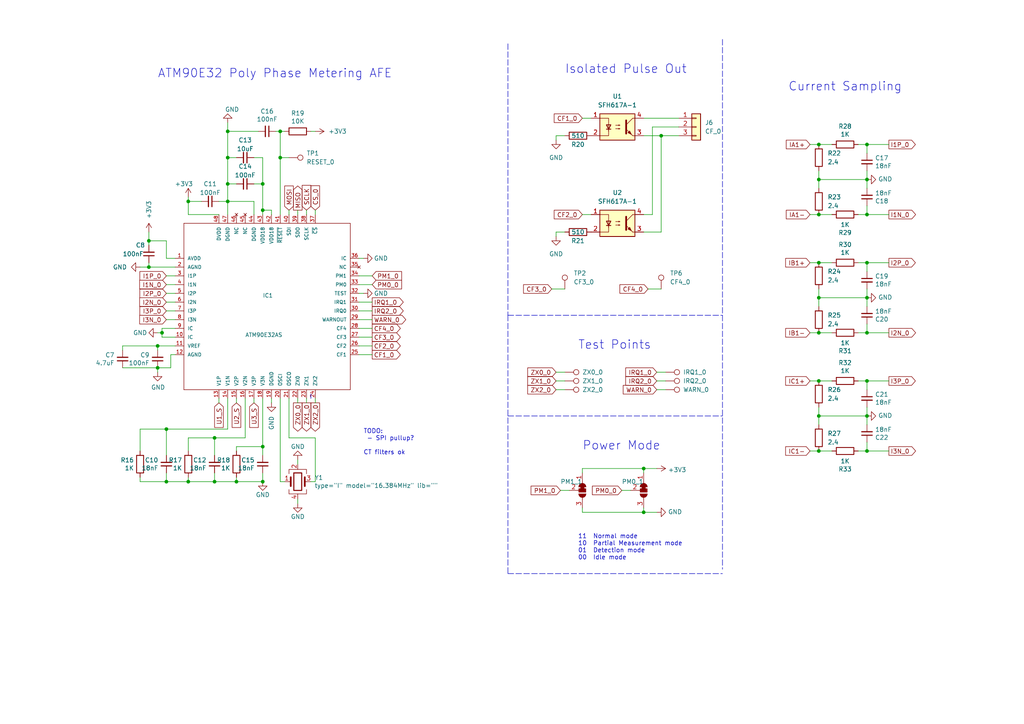
<source format=kicad_sch>
(kicad_sch (version 20211123) (generator eeschema)
  (paper "A4")
  (lib_symbols
    (symbol "Connector:TestPoint" (pin_numbers hide) (pin_names (offset 0.762) hide)
      (property "Reference" "TP" (at 0 6.858 0))
      (property "Value" "TestPoint" (at 0 5.08 0))
      (symbol "TestPoint_0_1"
        (circle (center 0 3.302) (radius 0.762))
      )
      (symbol "TestPoint_1_1"
        (pin passive line (at 0 0 90) (length 2.54) (name "1") (number "1"))
      )
    )
    (symbol "Connector_Generic:Conn_01x03" (pin_names (offset 1.016) hide)
      (property "Reference" "J" (at 0 5.08 0))
      (property "Value" "Conn_01x03" (at 0 -5.08 0))
      (symbol "Conn_01x03_1_1"
        (rectangle (start -1.27 -2.413) (end 0 -2.667) (stroke (width 0.1524)))
        (rectangle (start -1.27 0.127) (end 0 -0.127) (stroke (width 0.1524)))
        (rectangle (start -1.27 2.667) (end 0 2.413) (stroke (width 0.1524)))
        (rectangle (start -1.27 3.81) (end 1.27 -3.81) (stroke (width 0.254)) (fill (type background)))
        (pin passive line (at -5.08 2.54 0) (length 3.81) (name "Pin_1") (number "1"))
        (pin passive line (at -5.08 0 0) (length 3.81) (name "Pin_2") (number "2"))
        (pin passive line (at -5.08 -2.54 0) (length 3.81) (name "Pin_3") (number "3"))
      )
    )
    (symbol "Device:C_Small" (pin_numbers hide) (pin_names (offset 0.254) hide)
      (property "Reference" "C" (at 0.254 1.778 0))
      (property "Value" "C_Small" (at 0.254 -2.032 0))
      (symbol "C_Small_0_1"
        (polyline (pts (xy -1.524 -0.508) (xy 1.524 -0.508)) (stroke (width 0.3302)))
        (polyline (pts (xy -1.524 0.508) (xy 1.524 0.508)) (stroke (width 0.3048)))
      )
      (symbol "C_Small_1_1"
        (pin passive line (at 0 2.54 270) (length 2.032) (name "~") (number "1"))
        (pin passive line (at 0 -2.54 90) (length 2.032) (name "~") (number "2"))
      )
    )
    (symbol "Device:Crystal_GND24" (pin_names (offset 1.016) hide)
      (property "Reference" "Y" (at 3.175 5.08 0))
      (property "Value" "Crystal_GND24" (at 3.175 3.175 0))
      (symbol "Crystal_GND24_0_1"
        (rectangle (start -1.143 2.54) (end 1.143 -2.54) (stroke (width 0.3048)))
        (polyline (pts (xy -2.54 0) (xy -2.032 0)))
        (polyline (pts (xy -2.032 -1.27) (xy -2.032 1.27)) (stroke (width 0.508)))
        (polyline (pts (xy 0 -3.81) (xy 0 -3.556)))
        (polyline (pts (xy 0 3.556) (xy 0 3.81)))
        (polyline (pts (xy 2.032 -1.27) (xy 2.032 1.27)) (stroke (width 0.508)))
        (polyline (pts (xy 2.032 0) (xy 2.54 0)))
        (polyline (pts (xy -2.54 -2.286) (xy -2.54 -3.556) (xy 2.54 -3.556) (xy 2.54 -2.286)))
        (polyline (pts (xy -2.54 2.286) (xy -2.54 3.556) (xy 2.54 3.556) (xy 2.54 2.286)))
      )
      (symbol "Crystal_GND24_1_1"
        (pin passive line (at -3.81 0 0) (length 1.27) (name "1") (number "1"))
        (pin passive line (at 0 5.08 270) (length 1.27) (name "2") (number "2"))
        (pin passive line (at 3.81 0 180) (length 1.27) (name "3") (number "3"))
        (pin passive line (at 0 -5.08 90) (length 1.27) (name "4") (number "4"))
      )
    )
    (symbol "Device:R" (pin_numbers hide) (pin_names (offset 0))
      (property "Reference" "R" (at 2.032 0 90))
      (property "Value" "R" (at 0 0 90))
      (symbol "R_0_1"
        (rectangle (start -1.016 -2.54) (end 1.016 2.54) (stroke (width 0.254)))
      )
      (symbol "R_1_1"
        (pin passive line (at 0 3.81 270) (length 1.27) (name "~") (number "1"))
        (pin passive line (at 0 -3.81 90) (length 1.27) (name "~") (number "2"))
      )
    )
    (symbol "Isolator:SFH617A-1" (pin_names (offset 1.016))
      (property "Reference" "U" (at -5.08 5.08 0))
      (property "Value" "SFH617A-1" (at 0 5.08 0))
      (symbol "SFH617A-1_0_1"
        (rectangle (start -5.08 3.81) (end 5.08 -3.81) (stroke (width 0.254)) (fill (type background)))
        (polyline (pts (xy -3.175 -0.635) (xy -1.905 -0.635)) (stroke (width 0.254)))
        (polyline (pts (xy 2.54 0.635) (xy 4.445 2.54)))
        (polyline (pts (xy 4.445 -2.54) (xy 2.54 -0.635)) (fill (type outline)))
        (polyline (pts (xy 4.445 -2.54) (xy 5.08 -2.54)))
        (polyline (pts (xy 4.445 2.54) (xy 5.08 2.54)))
        (polyline (pts (xy -2.54 -0.635) (xy -2.54 -2.54) (xy -5.08 -2.54)))
        (polyline (pts (xy 2.54 1.905) (xy 2.54 -1.905) (xy 2.54 -1.905)) (stroke (width 0.508)))
        (polyline (pts (xy -5.08 2.54) (xy -2.54 2.54) (xy -2.54 -1.27) (xy -2.54 0.635)))
        (polyline (pts (xy -2.54 -0.635) (xy -3.175 0.635) (xy -1.905 0.635) (xy -2.54 -0.635)) (stroke (width 0.254)))
        (polyline (pts (xy -0.508 -0.508) (xy 0.762 -0.508) (xy 0.381 -0.635) (xy 0.381 -0.381) (xy 0.762 -0.508)))
        (polyline (pts (xy -0.508 0.508) (xy 0.762 0.508) (xy 0.381 0.381) (xy 0.381 0.635) (xy 0.762 0.508)))
        (polyline (pts (xy 3.048 -1.651) (xy 3.556 -1.143) (xy 4.064 -2.159) (xy 3.048 -1.651) (xy 3.048 -1.651)) (fill (type outline)))
      )
      (symbol "SFH617A-1_1_1"
        (pin passive line (at -7.62 2.54 0) (length 2.54) (name "~") (number "1"))
        (pin passive line (at -7.62 -2.54 0) (length 2.54) (name "~") (number "2"))
        (pin passive line (at 7.62 -2.54 180) (length 2.54) (name "~") (number "3"))
        (pin passive line (at 7.62 2.54 180) (length 2.54) (name "~") (number "4"))
      )
    )
    (symbol "Jumper:SolderJumper_3_Bridged12" (pin_names (offset 0) hide)
      (property "Reference" "JP" (at -2.54 -2.54 0))
      (property "Value" "SolderJumper_3_Bridged12" (at 0 2.794 0))
      (symbol "SolderJumper_3_Bridged12_0_1"
        (rectangle (start -1.016 0.508) (end -0.508 -0.508) (fill (type outline)))
        (arc (start -1.016 1.016) (mid -2.032 0) (end -1.016 -1.016))
        (arc (start -1.016 1.016) (mid -2.032 0) (end -1.016 -1.016) (fill (type outline)))
        (rectangle (start -0.508 1.016) (end 0.508 -1.016) (fill (type outline)))
        (polyline (pts (xy -2.54 0) (xy -2.032 0)))
        (polyline (pts (xy -1.016 1.016) (xy -1.016 -1.016)))
        (polyline (pts (xy 0 -1.27) (xy 0 -1.016)))
        (polyline (pts (xy 1.016 1.016) (xy 1.016 -1.016)))
        (polyline (pts (xy 2.54 0) (xy 2.032 0)))
        (arc (start 1.016 -1.016) (mid 2.032 0) (end 1.016 1.016))
        (arc (start 1.016 -1.016) (mid 2.032 0) (end 1.016 1.016) (fill (type outline)))
      )
      (symbol "SolderJumper_3_Bridged12_1_1"
        (pin passive line (at -5.08 0 0) (length 2.54) (name "A") (number "1"))
        (pin passive line (at 0 -3.81 90) (length 2.54) (name "C") (number "2"))
        (pin passive line (at 5.08 0 180) (length 2.54) (name "B") (number "3"))
      )
    )
    (symbol "ProjectLib:ATM90E32AS" (pin_names (offset 1.016))
      (property "Reference" "IC" (at -7.62 3.81 0))
      (property "Value" "ATM90E32AS" (at -7.62 -10.16 0))
      (symbol "ATM90E32AS_1_0"
        (polyline (pts (xy -25.4 -25.4) (xy 22.86 -25.4)))
        (polyline (pts (xy -25.4 22.86) (xy -25.4 -25.4)))
        (polyline (pts (xy 22.86 -25.4) (xy 22.86 22.86)))
        (polyline (pts (xy 22.86 22.86) (xy -25.4 22.86)))
      )
      (symbol "ATM90E32AS_1_1"
        (pin power_in line (at -27.94 12.7 0) (length 2.54) (name "AVDD") (number "1"))
        (pin input line (at -27.94 -10.16 0) (length 2.54) (name "IC") (number "10"))
        (pin bidirectional line (at -27.94 -12.7 0) (length 2.54) (name "VREF") (number "11"))
        (pin power_in line (at -27.94 -15.24 0) (length 2.54) (name "AGND") (number "12"))
        (pin input line (at -15.24 -27.94 90) (length 2.54) (name "V1P") (number "13"))
        (pin input line (at -12.7 -27.94 90) (length 2.54) (name "V1N") (number "14"))
        (pin input line (at -10.16 -27.94 90) (length 2.54) (name "V2P") (number "15"))
        (pin input line (at -7.62 -27.94 90) (length 2.54) (name "V2N") (number "16"))
        (pin input line (at -5.08 -27.94 90) (length 2.54) (name "V3P") (number "17"))
        (pin input line (at -2.54 -27.94 90) (length 2.54) (name "V3N") (number "18"))
        (pin power_in line (at 0 -27.94 90) (length 2.54) (name "DGND") (number "19"))
        (pin power_in line (at -27.94 10.16 0) (length 2.54) (name "AGND") (number "2"))
        (pin input line (at 2.54 -27.94 90) (length 2.54) (name "OSCI") (number "20"))
        (pin output line (at 5.08 -27.94 90) (length 2.54) (name "OSCO") (number "21"))
        (pin output line (at 7.62 -27.94 90) (length 2.54) (name "ZX0") (number "22"))
        (pin output line (at 10.16 -27.94 90) (length 2.54) (name "ZX1") (number "23"))
        (pin output line (at 12.7 -27.94 90) (length 2.54) (name "ZX2") (number "24"))
        (pin output line (at 25.4 -15.24 180) (length 2.54) (name "CF1") (number "25"))
        (pin output line (at 25.4 -12.7 180) (length 2.54) (name "CF2") (number "26"))
        (pin output line (at 25.4 -10.16 180) (length 2.54) (name "CF3") (number "27"))
        (pin output line (at 25.4 -7.62 180) (length 2.54) (name "CF4") (number "28"))
        (pin output line (at 25.4 -5.08 180) (length 2.54) (name "WARNOUT") (number "29"))
        (pin input line (at -27.94 7.62 0) (length 2.54) (name "I1P") (number "3"))
        (pin output line (at 25.4 -2.54 180) (length 2.54) (name "IRQ0") (number "30"))
        (pin output line (at 25.4 0 180) (length 2.54) (name "IRQ1") (number "31"))
        (pin power_in line (at 25.4 2.54 180) (length 2.54) (name "TEST") (number "32"))
        (pin input line (at 25.4 5.08 180) (length 2.54) (name "PM0") (number "33"))
        (pin input line (at 25.4 7.62 180) (length 2.54) (name "PM1") (number "34"))
        (pin no_connect line (at 25.4 10.16 180) (length 2.54) (name "NC") (number "35"))
        (pin input line (at 25.4 12.7 180) (length 2.54) (name "IC") (number "36"))
        (pin input line (at 12.7 25.4 270) (length 2.54) (name "~{CS}") (number "37"))
        (pin input line (at 10.16 25.4 270) (length 2.54) (name "SCLK") (number "38"))
        (pin output line (at 7.62 25.4 270) (length 2.54) (name "SDO") (number "39"))
        (pin input line (at -27.94 5.08 0) (length 2.54) (name "I1N") (number "4"))
        (pin input line (at 5.08 25.4 270) (length 2.54) (name "SDI") (number "40"))
        (pin input line (at 2.54 25.4 270) (length 2.54) (name "~{RESET}") (number "41"))
        (pin power_out line (at 0 25.4 270) (length 2.54) (name "VDD18") (number "42"))
        (pin power_out line (at -2.54 25.4 270) (length 2.54) (name "VDD18") (number "43"))
        (pin power_in line (at -5.08 25.4 270) (length 2.54) (name "DGND") (number "44"))
        (pin no_connect line (at -7.62 25.4 270) (length 2.54) (name "NC") (number "45"))
        (pin no_connect line (at -10.16 25.4 270) (length 2.54) (name "NC") (number "46"))
        (pin power_in line (at -12.7 25.4 270) (length 2.54) (name "DGND") (number "47"))
        (pin power_in line (at -15.24 25.4 270) (length 2.54) (name "DVDD") (number "48"))
        (pin input line (at -27.94 2.54 0) (length 2.54) (name "I2P") (number "5"))
        (pin input line (at -27.94 0 0) (length 2.54) (name "I2N") (number "6"))
        (pin input line (at -27.94 -2.54 0) (length 2.54) (name "I3P") (number "7"))
        (pin input line (at -27.94 -5.08 0) (length 2.54) (name "I3N") (number "8"))
        (pin input line (at -27.94 -7.62 0) (length 2.54) (name "IC") (number "9"))
      )
    )
    (symbol "power:+3V3" (power) (pin_names (offset 0))
      (property "Value" "+3V3" (at 0 3.556 0))
      (symbol "+3V3_0_1"
        (polyline (pts (xy -0.762 1.27) (xy 0 2.54)))
        (polyline (pts (xy 0 0) (xy 0 2.54)))
        (polyline (pts (xy 0 2.54) (xy 0.762 1.27)))
      )
      (symbol "+3V3_1_1"
        (pin power_in line (at 0 0 90) (length 0) hide (name "+3V3") (number "1"))
      )
    )
    (symbol "power:GND" (power) (pin_names (offset 0))
      (property "Value" "GND" (at 0 -3.81 0))
      (symbol "GND_0_1"
        (polyline (pts (xy 0 0) (xy 0 -1.27) (xy 1.27 -1.27) (xy 0 -2.54) (xy -1.27 -1.27) (xy 0 -1.27)))
      )
      (symbol "GND_1_1"
        (pin power_in line (at 0 0 270) (length 0) hide (name "GND") (number "1"))
      )
    )
  )
  (junction (at 237.49 86.36))
  (junction (at 251.46 86.36))
  (junction (at 186.69 135.89))
  (junction (at 251.46 96.52))
  (junction (at 251.46 76.2))
  (junction (at 46.99 96.52))
  (junction (at 251.46 110.49))
  (junction (at 43.18 69.85))
  (junction (at 76.2 129.54))
  (junction (at 251.46 62.23))
  (junction (at 76.2 139.7))
  (junction (at 62.23 127))
  (junction (at 48.26 124.46))
  (junction (at 54.61 139.7))
  (junction (at 81.28 38.1))
  (junction (at 81.28 45.72))
  (junction (at 54.61 58.42))
  (junction (at 66.04 38.1))
  (junction (at 76.2 53.34))
  (junction (at 76.2 60.96))
  (junction (at 48.26 139.7))
  (junction (at 251.46 52.07))
  (junction (at 66.04 45.72))
  (junction (at 237.49 76.2))
  (junction (at 45.72 100.33))
  (junction (at 45.72 106.68))
  (junction (at 237.49 62.23))
  (junction (at 237.49 130.81))
  (junction (at 251.46 41.91))
  (junction (at 237.49 41.91))
  (junction (at 237.49 96.52))
  (junction (at 62.23 139.7))
  (junction (at 43.18 77.47))
  (junction (at 66.04 53.34))
  (junction (at 237.49 52.07))
  (junction (at 68.58 139.7))
  (junction (at 66.04 58.42))
  (junction (at 191.77 39.37))
  (junction (at 251.46 120.65))
  (junction (at 237.49 120.65))
  (junction (at 251.46 130.81))
  (junction (at 237.49 110.49))
  (junction (at 186.69 148.59))
  (wire (pts (xy 73.66 45.72) (xy 76.2 45.72)))
  (wire (pts (xy 45.72 96.52) (xy 46.99 96.52)))
  (wire (pts (xy 48.26 124.46) (xy 40.64 124.46)))
  (wire (pts (xy 251.46 52.07) (xy 237.49 52.07)))
  (wire (pts (xy 107.95 100.33) (xy 104.14 100.33)))
  (wire (pts (xy 76.2 45.72) (xy 76.2 53.34)))
  (wire (pts (xy 190.5 107.95) (xy 193.04 107.95)))
  (wire (pts (xy 62.23 127) (xy 62.23 132.08)))
  (wire (pts (xy 196.85 36.83) (xy 189.23 36.83)))
  (wire (pts (xy 48.26 137.16) (xy 48.26 139.7)))
  (wire (pts (xy 251.46 110.49) (xy 257.81 110.49)))
  (wire (pts (xy 66.04 45.72) (xy 66.04 53.34)))
  (wire (pts (xy 234.95 76.2) (xy 237.49 76.2)))
  (wire (pts (xy 54.61 139.7) (xy 62.23 139.7)))
  (wire (pts (xy 168.91 135.89) (xy 186.69 135.89)))
  (wire (pts (xy 50.8 74.93) (xy 48.26 74.93)))
  (wire (pts (xy 251.46 62.23) (xy 251.46 59.69)))
  (wire (pts (xy 71.12 115.57) (xy 71.12 127)))
  (wire (pts (xy 107.95 95.25) (xy 104.14 95.25)))
  (wire (pts (xy 248.92 62.23) (xy 251.46 62.23)))
  (wire (pts (xy 91.44 60.96) (xy 91.44 62.23)))
  (wire (pts (xy 66.04 124.46) (xy 66.04 115.57)))
  (wire (pts (xy 237.49 52.07) (xy 237.49 54.61)))
  (polyline (pts (xy 90.17 115.57) (xy 90.17 114.3)))
  (wire (pts (xy 48.26 124.46) (xy 48.26 132.08)))
  (wire (pts (xy 81.28 38.1) (xy 82.55 38.1)))
  (wire (pts (xy 68.58 129.54) (xy 68.58 130.81)))
  (wire (pts (xy 46.99 95.25) (xy 50.8 95.25)))
  (wire (pts (xy 234.95 130.81) (xy 237.49 130.81)))
  (wire (pts (xy 66.04 35.56) (xy 66.04 38.1)))
  (wire (pts (xy 43.18 67.31) (xy 43.18 69.85)))
  (wire (pts (xy 83.82 115.57) (xy 83.82 127)))
  (wire (pts (xy 48.26 74.93) (xy 48.26 69.85)))
  (wire (pts (xy 66.04 38.1) (xy 66.04 45.72)))
  (wire (pts (xy 237.49 96.52) (xy 241.3 96.52)))
  (wire (pts (xy 46.99 97.79) (xy 50.8 97.79)))
  (wire (pts (xy 168.91 135.89) (xy 168.91 137.16)))
  (wire (pts (xy 107.95 97.79) (xy 104.14 97.79)))
  (wire (pts (xy 168.91 148.59) (xy 186.69 148.59)))
  (wire (pts (xy 237.49 83.82) (xy 237.49 86.36)))
  (wire (pts (xy 161.29 68.58) (xy 161.29 67.31)))
  (wire (pts (xy 76.2 137.16) (xy 76.2 139.7)))
  (wire (pts (xy 186.69 67.31) (xy 191.77 67.31)))
  (wire (pts (xy 45.72 100.33) (xy 35.56 100.33)))
  (wire (pts (xy 251.46 120.65) (xy 251.46 123.19)))
  (wire (pts (xy 104.14 80.01) (xy 107.95 80.01)))
  (wire (pts (xy 189.23 36.83) (xy 189.23 62.23)))
  (wire (pts (xy 251.46 130.81) (xy 257.81 130.81)))
  (wire (pts (xy 186.69 39.37) (xy 191.77 39.37)))
  (wire (pts (xy 88.9 115.57) (xy 88.9 116.84)))
  (wire (pts (xy 189.23 62.23) (xy 186.69 62.23)))
  (wire (pts (xy 54.61 57.15) (xy 54.61 58.42)))
  (wire (pts (xy 251.46 49.53) (xy 251.46 52.07)))
  (wire (pts (xy 91.44 127) (xy 83.82 127)))
  (wire (pts (xy 191.77 39.37) (xy 196.85 39.37)))
  (wire (pts (xy 251.46 120.65) (xy 237.49 120.65)))
  (wire (pts (xy 63.5 115.57) (xy 63.5 116.84)))
  (wire (pts (xy 160.02 83.82) (xy 163.83 83.82)))
  (wire (pts (xy 80.01 38.1) (xy 81.28 38.1)))
  (wire (pts (xy 104.14 74.93) (xy 105.41 74.93)))
  (wire (pts (xy 73.66 115.57) (xy 73.66 116.84)))
  (wire (pts (xy 35.56 100.33) (xy 35.56 101.6)))
  (polyline (pts (xy 147.32 166.37) (xy 209.55 166.37)))
  (wire (pts (xy 251.46 110.49) (xy 251.46 113.03)))
  (wire (pts (xy 251.46 118.11) (xy 251.46 120.65)))
  (wire (pts (xy 45.72 106.68) (xy 45.72 107.95)))
  (wire (pts (xy 54.61 58.42) (xy 54.61 62.23)))
  (wire (pts (xy 186.69 147.32) (xy 186.69 148.59)))
  (wire (pts (xy 248.92 96.52) (xy 251.46 96.52)))
  (polyline (pts (xy 209.55 11.43) (xy 209.55 165.1)))
  (wire (pts (xy 76.2 129.54) (xy 76.2 132.08)))
  (wire (pts (xy 104.14 87.63) (xy 107.95 87.63)))
  (wire (pts (xy 104.14 85.09) (xy 105.41 85.09)))
  (wire (pts (xy 86.36 133.35) (xy 86.36 134.62)))
  (wire (pts (xy 234.95 41.91) (xy 237.49 41.91)))
  (wire (pts (xy 54.61 138.43) (xy 54.61 139.7)))
  (wire (pts (xy 62.23 127) (xy 54.61 127)))
  (wire (pts (xy 66.04 38.1) (xy 74.93 38.1)))
  (wire (pts (xy 237.49 130.81) (xy 241.3 130.81)))
  (polyline (pts (xy 147.32 91.44) (xy 209.55 91.44)))
  (wire (pts (xy 234.95 110.49) (xy 237.49 110.49)))
  (wire (pts (xy 54.61 127) (xy 54.61 130.81)))
  (wire (pts (xy 251.46 86.36) (xy 251.46 88.9)))
  (wire (pts (xy 54.61 58.42) (xy 58.42 58.42)))
  (wire (pts (xy 251.46 62.23) (xy 257.81 62.23)))
  (wire (pts (xy 66.04 45.72) (xy 68.58 45.72)))
  (wire (pts (xy 78.74 115.57) (xy 78.74 116.84)))
  (wire (pts (xy 104.14 92.71) (xy 107.95 92.71)))
  (wire (pts (xy 50.8 82.55) (xy 48.26 82.55)))
  (wire (pts (xy 78.74 60.96) (xy 78.74 62.23)))
  (wire (pts (xy 248.92 76.2) (xy 251.46 76.2)))
  (wire (pts (xy 45.72 100.33) (xy 50.8 100.33)))
  (wire (pts (xy 251.46 83.82) (xy 251.46 86.36)))
  (wire (pts (xy 190.5 113.03) (xy 193.04 113.03)))
  (wire (pts (xy 76.2 60.96) (xy 76.2 62.23)))
  (wire (pts (xy 43.18 69.85) (xy 48.26 69.85)))
  (wire (pts (xy 45.72 106.68) (xy 49.53 106.68)))
  (wire (pts (xy 40.64 124.46) (xy 40.64 130.81)))
  (wire (pts (xy 161.29 110.49) (xy 163.83 110.49)))
  (wire (pts (xy 190.5 110.49) (xy 193.04 110.49)))
  (wire (pts (xy 49.53 102.87) (xy 49.53 106.68)))
  (wire (pts (xy 88.9 60.96) (xy 88.9 62.23)))
  (wire (pts (xy 43.18 77.47) (xy 50.8 77.47)))
  (wire (pts (xy 191.77 67.31) (xy 191.77 39.37)))
  (wire (pts (xy 248.92 130.81) (xy 251.46 130.81)))
  (wire (pts (xy 234.95 96.52) (xy 237.49 96.52)))
  (wire (pts (xy 73.66 53.34) (xy 76.2 53.34)))
  (wire (pts (xy 40.64 138.43) (xy 40.64 139.7)))
  (wire (pts (xy 62.23 139.7) (xy 68.58 139.7)))
  (wire (pts (xy 68.58 115.57) (xy 68.58 116.84)))
  (wire (pts (xy 86.36 115.57) (xy 86.36 116.84)))
  (wire (pts (xy 237.49 120.65) (xy 237.49 123.19)))
  (polyline (pts (xy 147.32 91.44) (xy 147.32 166.37)))
  (wire (pts (xy 251.46 76.2) (xy 257.81 76.2)))
  (wire (pts (xy 71.12 127) (xy 62.23 127)))
  (wire (pts (xy 48.26 124.46) (xy 66.04 124.46)))
  (wire (pts (xy 161.29 39.37) (xy 163.83 39.37)))
  (polyline (pts (xy 147.32 120.65) (xy 209.55 120.65)))
  (wire (pts (xy 180.34 142.24) (xy 182.88 142.24)))
  (wire (pts (xy 251.46 96.52) (xy 257.81 96.52)))
  (wire (pts (xy 76.2 129.54) (xy 68.58 129.54)))
  (wire (pts (xy 76.2 115.57) (xy 76.2 129.54)))
  (wire (pts (xy 86.36 60.96) (xy 86.36 62.23)))
  (wire (pts (xy 81.28 45.72) (xy 83.82 45.72)))
  (wire (pts (xy 168.91 62.23) (xy 171.45 62.23)))
  (wire (pts (xy 43.18 76.2) (xy 43.18 77.47)))
  (wire (pts (xy 50.8 80.01) (xy 48.26 80.01)))
  (wire (pts (xy 62.23 137.16) (xy 62.23 139.7)))
  (wire (pts (xy 162.56 142.24) (xy 165.1 142.24)))
  (wire (pts (xy 248.92 41.91) (xy 251.46 41.91)))
  (wire (pts (xy 81.28 38.1) (xy 81.28 45.72)))
  (wire (pts (xy 91.44 139.7) (xy 91.44 127)))
  (wire (pts (xy 186.69 135.89) (xy 190.5 135.89)))
  (wire (pts (xy 248.92 110.49) (xy 251.46 110.49)))
  (wire (pts (xy 45.72 101.6) (xy 45.72 100.33)))
  (wire (pts (xy 76.2 53.34) (xy 76.2 60.96)))
  (wire (pts (xy 63.5 62.23) (xy 54.61 62.23)))
  (wire (pts (xy 91.44 115.57) (xy 91.44 116.84)))
  (wire (pts (xy 251.46 130.81) (xy 251.46 128.27)))
  (wire (pts (xy 63.5 58.42) (xy 66.04 58.42)))
  (wire (pts (xy 35.56 106.68) (xy 45.72 106.68)))
  (wire (pts (xy 81.28 45.72) (xy 81.28 62.23)))
  (wire (pts (xy 73.66 58.42) (xy 66.04 58.42)))
  (wire (pts (xy 237.49 76.2) (xy 241.3 76.2)))
  (wire (pts (xy 66.04 53.34) (xy 68.58 53.34)))
  (wire (pts (xy 251.46 41.91) (xy 257.81 41.91)))
  (wire (pts (xy 186.69 34.29) (xy 196.85 34.29)))
  (wire (pts (xy 107.95 102.87) (xy 104.14 102.87)))
  (wire (pts (xy 68.58 139.7) (xy 76.2 139.7)))
  (wire (pts (xy 237.49 49.53) (xy 237.49 52.07)))
  (wire (pts (xy 81.28 139.7) (xy 82.55 139.7)))
  (wire (pts (xy 168.91 34.29) (xy 171.45 34.29)))
  (wire (pts (xy 251.46 86.36) (xy 237.49 86.36)))
  (wire (pts (xy 68.58 138.43) (xy 68.58 139.7)))
  (wire (pts (xy 104.14 82.55) (xy 107.95 82.55)))
  (wire (pts (xy 251.46 96.52) (xy 251.46 93.98)))
  (wire (pts (xy 50.8 102.87) (xy 49.53 102.87)))
  (wire (pts (xy 104.14 90.17) (xy 107.95 90.17)))
  (wire (pts (xy 83.82 60.96) (xy 83.82 62.23)))
  (wire (pts (xy 237.49 41.91) (xy 241.3 41.91)))
  (wire (pts (xy 86.36 144.78) (xy 86.36 146.05)))
  (wire (pts (xy 161.29 40.64) (xy 161.29 39.37)))
  (wire (pts (xy 66.04 53.34) (xy 66.04 58.42)))
  (wire (pts (xy 168.91 148.59) (xy 168.91 147.32)))
  (polyline (pts (xy 147.32 12.7) (xy 147.32 91.44)))
  (wire (pts (xy 234.95 62.23) (xy 237.49 62.23)))
  (wire (pts (xy 76.2 60.96) (xy 78.74 60.96)))
  (wire (pts (xy 90.17 139.7) (xy 91.44 139.7)))
  (wire (pts (xy 40.64 139.7) (xy 48.26 139.7)))
  (wire (pts (xy 161.29 107.95) (xy 163.83 107.95)))
  (wire (pts (xy 237.49 110.49) (xy 241.3 110.49)))
  (wire (pts (xy 81.28 115.57) (xy 81.28 139.7)))
  (wire (pts (xy 46.99 96.52) (xy 46.99 97.79)))
  (wire (pts (xy 50.8 92.71) (xy 48.26 92.71)))
  (wire (pts (xy 73.66 58.42) (xy 73.66 62.23)))
  (wire (pts (xy 43.18 69.85) (xy 43.18 71.12)))
  (wire (pts (xy 237.49 86.36) (xy 237.49 88.9)))
  (wire (pts (xy 66.04 58.42) (xy 66.04 62.23)))
  (wire (pts (xy 251.46 52.07) (xy 251.46 54.61)))
  (wire (pts (xy 90.17 38.1) (xy 91.44 38.1)))
  (wire (pts (xy 50.8 87.63) (xy 48.26 87.63)))
  (wire (pts (xy 251.46 76.2) (xy 251.46 78.74)))
  (wire (pts (xy 46.99 95.25) (xy 46.99 96.52)))
  (wire (pts (xy 50.8 90.17) (xy 48.26 90.17)))
  (wire (pts (xy 237.49 62.23) (xy 241.3 62.23)))
  (wire (pts (xy 161.29 113.03) (xy 163.83 113.03)))
  (wire (pts (xy 161.29 67.31) (xy 163.83 67.31)))
  (wire (pts (xy 40.64 77.47) (xy 43.18 77.47)))
  (wire (pts (xy 48.26 139.7) (xy 54.61 139.7)))
  (wire (pts (xy 237.49 118.11) (xy 237.49 120.65)))
  (wire (pts (xy 186.69 148.59) (xy 190.5 148.59)))
  (wire (pts (xy 186.69 135.89) (xy 186.69 137.16)))
  (wire (pts (xy 187.96 83.82) (xy 191.77 83.82)))
  (wire (pts (xy 251.46 41.91) (xy 251.46 44.45)))
  (wire (pts (xy 50.8 85.09) (xy 48.26 85.09)))
  (text "Isolated Pulse Out" (at 163.83 21.59 0) (effects (font (size 2.5 2.5)) (justify left bottom)))
  (text "11  Normal mode\n10  Partial Measurement mode\n01  Detection mode\n00  Idle mode\n" (at 167.64 162.56 0) (effects (font (size 1.27 1.27)) (justify left bottom)))
  (text "Power Mode" (at 168.91 130.81 0) (effects (font (size 2.5 2.5)) (justify left bottom)))
  (text "Test Points" (at 167.64 101.6 0) (effects (font (size 2.5 2.5)) (justify left bottom)))
  (text "TODO:\n - SPI pullup?\n\nCT filters ok" (at 105.41 132.08 0) (effects (font (size 1.27 1.27)) (justify left bottom)))
  (text "ATM90E32 Poly Phase Metering AFE" (at 45.72 22.86 0) (effects (font (size 2.5 2.5)) (justify left bottom)))
  (text "Current Sampling" (at 228.6 26.67 0) (effects (font (size 2.5 2.5)) (justify left bottom)))
  (global_label "CF4_0" (shape output) (at 107.95 95.25 0) (property "Intersheet References" "${INTERSHEET_REFS}" (effects hide)))
  (global_label "ZX2_0" (shape input) (at 161.29 113.03 180) (property "Intersheet References" "${INTERSHEET_REFS}" (effects hide)))
  (global_label "IA1-" (shape input) (at 234.95 62.23 180) (property "Intersheet References" "${INTERSHEET_REFS}" (effects hide)))
  (global_label "CF1_0" (shape output) (at 107.95 102.87 0) (property "Intersheet References" "${INTERSHEET_REFS}" (effects hide)))
  (global_label "IRQ2_0" (shape output) (at 107.95 90.17 0) (property "Intersheet References" "${INTERSHEET_REFS}" (effects hide)))
  (global_label "I1N_0" (shape input) (at 48.26 82.55 180) (property "Intersheet References" "${INTERSHEET_REFS}" (effects hide)))
  (global_label "I1P_0" (shape output) (at 257.81 41.91 0) (property "Intersheet References" "${INTERSHEET_REFS}" (effects hide)))
  (global_label "I2P_0" (shape output) (at 257.81 76.2 0) (property "Intersheet References" "${INTERSHEET_REFS}" (effects hide)))
  (global_label "PM0_0" (shape input) (at 107.95 82.55 0) (property "Intersheet References" "${INTERSHEET_REFS}" (effects hide)))
  (global_label "CF2_0" (shape output) (at 107.95 100.33 0) (property "Intersheet References" "${INTERSHEET_REFS}" (effects hide)))
  (global_label "CF4_0" (shape input) (at 187.96 83.82 180) (property "Intersheet References" "${INTERSHEET_REFS}" (effects hide)))
  (global_label "PM1_0" (shape input) (at 162.56 142.24 180) (property "Intersheet References" "${INTERSHEET_REFS}" (effects hide)))
  (global_label "IC1+" (shape input) (at 234.95 110.49 180) (property "Intersheet References" "${INTERSHEET_REFS}" (effects hide)))
  (global_label "MOSI" (shape input) (at 83.82 60.96 90) (property "Intersheet References" "${INTERSHEET_REFS}" (effects hide)))
  (global_label "I2P_0" (shape input) (at 48.26 85.09 180) (property "Intersheet References" "${INTERSHEET_REFS}" (effects hide)))
  (global_label "IRQ2_0" (shape input) (at 190.5 110.49 180) (property "Intersheet References" "${INTERSHEET_REFS}" (effects hide)))
  (global_label "CF3_0" (shape output) (at 107.95 97.79 0) (property "Intersheet References" "${INTERSHEET_REFS}" (effects hide)))
  (global_label "CS_0" (shape input) (at 91.44 60.96 90) (property "Intersheet References" "${INTERSHEET_REFS}" (effects hide)))
  (global_label "ZX2_0" (shape output) (at 91.44 116.84 270) (property "Intersheet References" "${INTERSHEET_REFS}" (effects hide)))
  (global_label "SCLK" (shape input) (at 88.9 60.96 90) (property "Intersheet References" "${INTERSHEET_REFS}" (effects hide)))
  (global_label "CF2_0" (shape input) (at 168.91 62.23 180) (property "Intersheet References" "${INTERSHEET_REFS}" (effects hide)))
  (global_label "I1P_0" (shape input) (at 48.26 80.01 180) (property "Intersheet References" "${INTERSHEET_REFS}" (effects hide)))
  (global_label "IRQ1_0" (shape input) (at 190.5 107.95 180) (property "Intersheet References" "${INTERSHEET_REFS}" (effects hide)))
  (global_label "ZX0_0" (shape output) (at 86.36 116.84 270) (property "Intersheet References" "${INTERSHEET_REFS}" (effects hide)))
  (global_label "I1N_0" (shape output) (at 257.81 62.23 0) (property "Intersheet References" "${INTERSHEET_REFS}" (effects hide)))
  (global_label "CF3_0" (shape input) (at 160.02 83.82 180) (property "Intersheet References" "${INTERSHEET_REFS}" (effects hide)))
  (global_label "MISO" (shape output) (at 86.36 60.96 90) (property "Intersheet References" "${INTERSHEET_REFS}" (effects hide)))
  (global_label "I3N_0" (shape output) (at 257.81 130.81 0) (property "Intersheet References" "${INTERSHEET_REFS}" (effects hide)))
  (global_label "U1_S" (shape input) (at 63.5 116.84 270) (property "Intersheet References" "${INTERSHEET_REFS}" (effects hide)))
  (global_label "I3P_0" (shape input) (at 48.26 90.17 180) (property "Intersheet References" "${INTERSHEET_REFS}" (effects hide)))
  (global_label "CF1_0" (shape input) (at 168.91 34.29 180) (property "Intersheet References" "${INTERSHEET_REFS}" (effects hide)))
  (global_label "I2N_0" (shape output) (at 257.81 96.52 0) (property "Intersheet References" "${INTERSHEET_REFS}" (effects hide)))
  (global_label "ZX1_0" (shape output) (at 88.9 116.84 270) (property "Intersheet References" "${INTERSHEET_REFS}" (effects hide)))
  (global_label "I3P_0" (shape output) (at 257.81 110.49 0) (property "Intersheet References" "${INTERSHEET_REFS}" (effects hide)))
  (global_label "ZX1_0" (shape input) (at 161.29 110.49 180) (property "Intersheet References" "${INTERSHEET_REFS}" (effects hide)))
  (global_label "U3_S" (shape input) (at 73.66 116.84 270) (property "Intersheet References" "${INTERSHEET_REFS}" (effects hide)))
  (global_label "IB1-" (shape input) (at 234.95 96.52 180) (property "Intersheet References" "${INTERSHEET_REFS}" (effects hide)))
  (global_label "U2_S" (shape input) (at 68.58 116.84 270) (property "Intersheet References" "${INTERSHEET_REFS}" (effects hide)))
  (global_label "I2N_0" (shape input) (at 48.26 87.63 180) (property "Intersheet References" "${INTERSHEET_REFS}" (effects hide)))
  (global_label "I3N_0" (shape input) (at 48.26 92.71 180) (property "Intersheet References" "${INTERSHEET_REFS}" (effects hide)))
  (global_label "IA1+" (shape input) (at 234.95 41.91 180) (property "Intersheet References" "${INTERSHEET_REFS}" (effects hide)))
  (global_label "WARN_0" (shape output) (at 107.95 92.71 0) (property "Intersheet References" "${INTERSHEET_REFS}" (effects hide)))
  (global_label "IB1+" (shape input) (at 234.95 76.2 180) (property "Intersheet References" "${INTERSHEET_REFS}" (effects hide)))
  (global_label "IRQ1_0" (shape output) (at 107.95 87.63 0) (property "Intersheet References" "${INTERSHEET_REFS}" (effects hide)))
  (global_label "WARN_0" (shape input) (at 190.5 113.03 180) (property "Intersheet References" "${INTERSHEET_REFS}" (effects hide)))
  (global_label "PM0_0" (shape input) (at 180.34 142.24 180) (property "Intersheet References" "${INTERSHEET_REFS}" (effects hide)))
  (global_label "PM1_0" (shape input) (at 107.95 80.01 0) (property "Intersheet References" "${INTERSHEET_REFS}" (effects hide)))
  (global_label "ZX0_0" (shape input) (at 161.29 107.95 180) (property "Intersheet References" "${INTERSHEET_REFS}" (effects hide)))
  (global_label "IC1-" (shape input) (at 234.95 130.81 180) (property "Intersheet References" "${INTERSHEET_REFS}" (effects hide)))
  (symbol (lib_id "power:+3V3") (at 54.61 57.15 0) (unit 1)
    (property "Reference" "#PWR017" (effects hide))
    (property "Value" "+3V3" (at 53.34 53.34 0))
  )
  (symbol (lib_id "Isolator:SFH617A-1") (at 179.07 64.77 0) (unit 1)
    (property "Reference" "U2" (at 179.07 55.88 0))
    (property "Value" "SFH617A-1" (at 179.07 58.42 0))
    (property "Footprint" "Package_DIP:DIP-4_W7.62mm" (effects hide))
    (property "Datasheet" "http://www.vishay.com/docs/83740/sfh617a.pdf" (effects hide))
  )
  (symbol (lib_id "Device:C_Small") (at 251.46 57.15 0) (mirror x) (unit 1)
    (property "Reference" "C18" (at 253.7968 58.3184 0) (effects (justify left)))
    (property "Value" "18nF" (at 253.7968 56.007 0) (effects (justify left)))
    (property "Footprint" "Capacitors_SMD:C_0402" (effects hide))
    (property "manf#" "GRM155R71H183KA12D" (effects hide))
  )
  (symbol (lib_id "Jumper:SolderJumper_3_Bridged12") (at 186.69 142.24 270) (unit 1)
    (property "Reference" "PM0_1" (at 180.34 139.7 90) (effects (justify left)))
    (property "Value" "SolderJumper_3_Bridged12" (effects hide))
  )
  (symbol (lib_id "Device:C_Small") (at 251.46 81.28 0) (unit 1)
    (property "Reference" "C19" (at 253.7968 80.1116 0) (effects (justify left)))
    (property "Value" "18nF" (at 253.7968 82.423 0) (effects (justify left)))
    (property "Footprint" "Capacitors_SMD:C_0402" (effects hide))
    (property "manf#" "GRM155R71H183KA12D" (effects hide))
  )
  (symbol (lib_id "Connector:TestPoint") (at 163.83 113.03 270) (unit 1)
    (property "Reference" "TP5" (effects hide))
    (property "Value" "ZX2_0" (at 168.91 113.0299 90) (effects (justify left)))
  )
  (symbol (lib_id "power:GND") (at 40.64 77.47 270) (unit 1)
    (property "Reference" "#PWR013" (effects hide))
    (property "Value" "GND" (at 36.83 77.47 90) (effects (justify right)))
  )
  (symbol (lib_id "Device:C_Small") (at 48.26 134.62 0) (mirror x) (unit 1)
    (property "Reference" "C10" (at 45.9232 133.4516 0) (effects (justify right)))
    (property "Value" "18nF" (at 45.9232 135.763 0) (effects (justify right)))
    (property "Footprint" "Capacitors_SMD:C_0402" (effects hide))
    (property "manf#" "GRM155R71H183KA12D" (effects hide))
  )
  (symbol (lib_id "Connector:TestPoint") (at 83.82 45.72 270) (unit 1)
    (property "Reference" "TP1" (at 88.9 44.4499 90) (effects (justify left)))
    (property "Value" "RESET_0" (at 88.9 46.9899 90) (effects (justify left)))
  )
  (symbol (lib_id "Device:R") (at 68.58 134.62 0) (mirror y) (unit 1)
    (property "Reference" "R18" (at 66.802 133.4516 0) (effects (justify left)))
    (property "Value" "1K" (at 66.802 135.763 0) (effects (justify left)))
    (property "Footprint" "Resistors_SMD:R_0402" (effects hide))
    (property "manf#" "RR0510P-102-D" (effects hide))
  )
  (symbol (lib_id "Device:R") (at 86.36 38.1 270) (unit 1)
    (property "Reference" "R19" (at 86.36 32.8422 90))
    (property "Value" "10K" (at 86.36 35.1536 90))
    (property "Footprint" "Resistors_SMD:R_0402" (effects hide))
    (property "manf#" "CR0402-JW-103GLFCT-ND" (effects hide))
  )
  (symbol (lib_id "power:GND") (at 78.74 116.84 0) (unit 1)
    (property "Reference" "#PWR020" (effects hide))
    (property "Value" "GND" (at 78.74 120.65 90) (effects (justify right)))
  )
  (symbol (lib_id "power:GND") (at 86.36 146.05 0) (unit 1)
    (property "Reference" "#PWR022" (effects hide))
    (property "Value" "GND" (at 86.36 149.86 0))
  )
  (symbol (lib_id "Jumper:SolderJumper_3_Bridged12") (at 168.91 142.24 270) (unit 1)
    (property "Reference" "PM1_1" (at 162.56 139.7 90) (effects (justify left)))
    (property "Value" "SolderJumper_3_Bridged12" (effects hide))
  )
  (symbol (lib_id "power:+3V3") (at 91.44 38.1 270) (unit 1)
    (property "Reference" "#PWR023" (effects hide))
    (property "Value" "+3V3" (at 95.25 38.1 90) (effects (justify left)))
  )
  (symbol (lib_id "power:GND") (at 190.5 148.59 90) (unit 1)
    (property "Reference" "#PWR029" (effects hide))
    (property "Value" "GND" (at 193.7512 148.463 90) (effects (justify right)))
  )
  (symbol (lib_id "Device:C_Small") (at 77.47 38.1 270) (unit 1)
    (property "Reference" "C16" (at 77.47 32.2834 90))
    (property "Value" "100nF" (at 77.47 34.5948 90))
    (property "Footprint" "Capacitors_SMD:C_0402" (effects hide))
    (property "manf#" "GRM155R61H104KE19D" (effects hide))
  )
  (symbol (lib_id "Device:C_Small") (at 71.12 53.34 270) (unit 1)
    (property "Reference" "C14" (at 71.12 48.26 90))
    (property "Value" "100nF" (at 71.12 50.8 90))
    (property "Footprint" "Capacitors_SMD:C_0603" (effects hide))
    (property "manf#" "GRM188R61A106KE69D" (effects hide))
  )
  (symbol (lib_id "Device:R") (at 237.49 58.42 0) (unit 1)
    (property "Reference" "R23" (at 240.03 57.1499 0) (effects (justify left)))
    (property "Value" "2.4" (at 240.03 59.6899 0) (effects (justify left)))
  )
  (symbol (lib_id "Isolator:SFH617A-1") (at 179.07 36.83 0) (unit 1)
    (property "Reference" "U1" (at 179.07 27.94 0))
    (property "Value" "SFH617A-1" (at 179.07 30.48 0))
    (property "Footprint" "Package_DIP:DIP-4_W7.62mm" (effects hide))
    (property "Datasheet" "http://www.vishay.com/docs/83740/sfh617a.pdf" (effects hide))
  )
  (symbol (lib_id "Connector:TestPoint") (at 163.83 107.95 270) (unit 1)
    (property "Reference" "TP3" (effects hide))
    (property "Value" "ZX0_0" (at 168.91 107.9499 90) (effects (justify left)))
  )
  (symbol (lib_id "Device:C_Small") (at 45.72 104.14 0) (mirror x) (unit 1)
    (property "Reference" "C9" (at 43.3832 102.9716 0) (effects (justify right)))
    (property "Value" "100nF" (at 43.3832 105.283 0) (effects (justify right)))
    (property "Footprint" "Capacitors_SMD:C_0603" (effects hide))
    (property "manf#" "GRM188R61A106KE69D" (effects hide))
  )
  (symbol (lib_id "Device:R") (at 237.49 127 0) (unit 1)
    (property "Reference" "R27" (at 240.03 125.7299 0) (effects (justify left)))
    (property "Value" "2.4" (at 240.03 128.2699 0) (effects (justify left)))
  )
  (symbol (lib_id "Device:R") (at 167.64 39.37 90) (unit 1)
    (property "Reference" "R20" (at 167.64 41.91 90))
    (property "Value" "510" (at 167.64 39.37 90))
  )
  (symbol (lib_id "power:GND") (at 251.46 52.07 90) (unit 1)
    (property "Reference" "#PWR030" (effects hide))
    (property "Value" "GND" (at 254.7112 51.943 90) (effects (justify right)))
  )
  (symbol (lib_id "Connector_Generic:Conn_01x03") (at 201.93 36.83 0) (unit 1)
    (property "Reference" "J6" (at 204.47 35.5599 0) (effects (justify left)))
    (property "Value" "CF_0" (at 204.47 38.0999 0) (effects (justify left)))
  )
  (symbol (lib_id "Device:R") (at 245.11 96.52 270) (mirror x) (unit 1)
    (property "Reference" "R31" (at 245.11 101.7778 90))
    (property "Value" "1K" (at 245.11 99.4664 90))
    (property "Footprint" "Resistors_SMD:R_0402" (effects hide))
    (property "manf#" "RR0510P-102-D" (effects hide))
  )
  (symbol (lib_id "power:GND") (at 105.41 74.93 90) (unit 1)
    (property "Reference" "#PWR024" (effects hide))
    (property "Value" "GND" (at 110.49 74.93 90))
  )
  (symbol (lib_id "Connector:TestPoint") (at 191.77 83.82 0) (unit 1)
    (property "Reference" "TP6" (at 194.31 79.2479 0) (effects (justify left)))
    (property "Value" "CF4_0" (at 194.31 81.7879 0) (effects (justify left)))
  )
  (symbol (lib_id "power:GND") (at 251.46 120.65 90) (unit 1)
    (property "Reference" "#PWR032" (effects hide))
    (property "Value" "GND" (at 254.7112 120.523 90) (effects (justify right)))
  )
  (symbol (lib_id "power:GND") (at 45.72 107.95 0) (unit 1)
    (property "Reference" "#PWR016" (effects hide))
    (property "Value" "GND" (at 45.847 112.3442 0))
  )
  (symbol (lib_id "Connector:TestPoint") (at 193.04 113.03 270) (unit 1)
    (property "Reference" "TP9" (effects hide))
    (property "Value" "WARN_0" (at 198.12 113.0299 90) (effects (justify left)))
  )
  (symbol (lib_id "Device:R") (at 237.49 80.01 0) (unit 1)
    (property "Reference" "R24" (at 240.03 78.7399 0) (effects (justify left)))
    (property "Value" "2.4" (at 240.03 81.2799 0) (effects (justify left)))
  )
  (symbol (lib_id "Device:C_Small") (at 251.46 46.99 0) (unit 1)
    (property "Reference" "C17" (at 253.7968 45.8216 0) (effects (justify left)))
    (property "Value" "18nF" (at 253.7968 48.133 0) (effects (justify left)))
    (property "Footprint" "Capacitors_SMD:C_0402" (effects hide))
    (property "manf#" "GRM155R71H183KA12D" (effects hide))
  )
  (symbol (lib_id "Device:R") (at 237.49 92.71 0) (unit 1)
    (property "Reference" "R25" (at 240.03 91.4399 0) (effects (justify left)))
    (property "Value" "2.4" (at 240.03 93.9799 0) (effects (justify left)))
  )
  (symbol (lib_id "Device:C_Small") (at 62.23 134.62 0) (mirror x) (unit 1)
    (property "Reference" "C12" (at 59.8932 133.4516 0) (effects (justify right)))
    (property "Value" "18nF" (at 59.8932 135.763 0) (effects (justify right)))
    (property "Footprint" "Capacitors_SMD:C_0402" (effects hide))
    (property "manf#" "GRM155R71H183KA12D" (effects hide))
  )
  (symbol (lib_id "Connector:TestPoint") (at 163.83 83.82 0) (unit 1)
    (property "Reference" "TP2" (at 166.37 79.2479 0) (effects (justify left)))
    (property "Value" "CF3_0" (at 166.37 81.7879 0) (effects (justify left)))
  )
  (symbol (lib_id "Device:C_Small") (at 71.12 45.72 270) (unit 1)
    (property "Reference" "C13" (at 71.12 40.64 90))
    (property "Value" "10uF" (at 71.12 43.18 90))
    (property "Footprint" "Capacitors_SMD:C_0603" (effects hide))
    (property "manf#" "GRM188R61A106KE69D" (effects hide))
  )
  (symbol (lib_id "Device:R") (at 245.11 62.23 270) (mirror x) (unit 1)
    (property "Reference" "R29" (at 245.11 67.4878 90))
    (property "Value" "1K" (at 245.11 65.1764 90))
    (property "Footprint" "Resistors_SMD:R_0402" (effects hide))
    (property "manf#" "RR0510P-102-D" (effects hide))
  )
  (symbol (lib_id "Device:C_Small") (at 35.56 104.14 0) (mirror x) (unit 1)
    (property "Reference" "C7" (at 33.2232 102.9716 0) (effects (justify right)))
    (property "Value" "4.7uF" (at 33.2232 105.283 0) (effects (justify right)))
    (property "Footprint" "Capacitors_SMD:C_0603" (effects hide))
    (property "manf#" "GRM188R61A106KE69D" (effects hide))
  )
  (symbol (lib_id "power:+3V3") (at 43.18 67.31 0) (unit 1)
    (property "Reference" "#PWR014" (effects hide))
    (property "Value" "+3V3" (at 43.18 63.5 90) (effects (justify left)))
  )
  (symbol (lib_id "Device:R") (at 245.11 110.49 270) (unit 1)
    (property "Reference" "R32" (at 245.11 105.2322 90))
    (property "Value" "1K" (at 245.11 107.5436 90))
    (property "Footprint" "Resistors_SMD:R_0402" (effects hide))
    (property "manf#" "RR0510P-102-D" (effects hide))
  )
  (symbol (lib_id "Device:R") (at 245.11 130.81 270) (mirror x) (unit 1)
    (property "Reference" "R33" (at 245.11 136.0678 90))
    (property "Value" "1K" (at 245.11 133.7564 90))
    (property "Footprint" "Resistors_SMD:R_0402" (effects hide))
    (property "manf#" "RR0510P-102-D" (effects hide))
  )
  (symbol (lib_id "Connector:TestPoint") (at 163.83 110.49 270) (unit 1)
    (property "Reference" "TP4" (effects hide))
    (property "Value" "ZX1_0" (at 168.91 110.4899 90) (effects (justify left)))
  )
  (symbol (lib_id "Device:R") (at 40.64 134.62 0) (mirror y) (unit 1)
    (property "Reference" "R16" (at 38.862 133.4516 0) (effects (justify left)))
    (property "Value" "1K" (at 38.862 135.763 0) (effects (justify left)))
    (property "Footprint" "Resistors_SMD:R_0402" (effects hide))
    (property "manf#" "RR0510P-102-D" (effects hide))
  )
  (symbol (lib_id "Connector:TestPoint") (at 193.04 107.95 270) (unit 1)
    (property "Reference" "TP7" (effects hide))
    (property "Value" "IRQ1_0" (at 198.12 107.9499 90) (effects (justify left)))
  )
  (symbol (lib_id "power:GND") (at 105.41 85.09 90) (unit 1)
    (property "Reference" "#PWR025" (effects hide))
    (property "Value" "GND" (at 110.49 85.09 90))
  )
  (symbol (lib_id "Device:C_Small") (at 43.18 73.66 180) (unit 1)
    (property "Reference" "C8" (at 39.37 71.12 0) (effects (justify right)))
    (property "Value" "100nF" (at 35.56 73.66 0) (effects (justify right)))
    (property "Footprint" "Capacitors_SMD:C_0402" (effects hide))
    (property "manf#" "GRM155R61H104KE19D" (effects hide))
  )
  (symbol (lib_id "power:GND") (at 76.2 139.7 0) (unit 1)
    (property "Reference" "#PWR019" (effects hide))
    (property "Value" "GND" (at 76.2 143.51 0))
  )
  (symbol (lib_id "Device:R") (at 245.11 76.2 270) (unit 1)
    (property "Reference" "R30" (at 245.11 70.9422 90))
    (property "Value" "1K" (at 245.11 73.2536 90))
    (property "Footprint" "Resistors_SMD:R_0402" (effects hide))
    (property "manf#" "RR0510P-102-D" (effects hide))
  )
  (symbol (lib_id "Device:R") (at 167.64 67.31 90) (unit 1)
    (property "Reference" "R21" (at 167.64 69.85 90))
    (property "Value" "510" (at 167.64 67.31 90))
  )
  (symbol (lib_id "power:GND") (at 161.29 40.64 0) (unit 1)
    (property "Reference" "#PWR026" (effects hide))
    (property "Value" "GND" (at 161.29 45.72 0))
  )
  (symbol (lib_id "power:GND") (at 251.46 86.36 90) (unit 1)
    (property "Reference" "#PWR031" (effects hide))
    (property "Value" "GND" (at 254.7112 86.233 90) (effects (justify right)))
  )
  (symbol (lib_id "Device:C_Small") (at 60.96 58.42 270) (unit 1)
    (property "Reference" "C11" (at 60.96 53.34 90))
    (property "Value" "100nF" (at 60.96 55.88 90))
    (property "Footprint" "Capacitors_SMD:C_0603" (effects hide))
    (property "manf#" "GRM188R61A106KE69D" (effects hide))
  )
  (symbol (lib_id "power:+3V3") (at 190.5 135.89 270) (unit 1)
    (property "Reference" "#PWR028" (effects hide))
    (property "Value" "+3V3" (at 193.7512 136.271 90) (effects (justify left)))
  )
  (symbol (lib_id "Device:R") (at 245.11 41.91 270) (unit 1)
    (property "Reference" "R28" (at 245.11 36.6522 90))
    (property "Value" "1K" (at 245.11 38.9636 90))
    (property "Footprint" "Resistors_SMD:R_0402" (effects hide))
    (property "manf#" "RR0510P-102-D" (effects hide))
  )
  (symbol (lib_id "Device:C_Small") (at 251.46 115.57 0) (unit 1)
    (property "Reference" "C21" (at 253.7968 114.4016 0) (effects (justify left)))
    (property "Value" "18nF" (at 253.7968 116.713 0) (effects (justify left)))
    (property "Footprint" "Capacitors_SMD:C_0402" (effects hide))
    (property "manf#" "GRM155R71H183KA12D" (effects hide))
  )
  (symbol (lib_id "Device:C_Small") (at 251.46 91.44 0) (mirror x) (unit 1)
    (property "Reference" "C20" (at 253.7968 92.6084 0) (effects (justify left)))
    (property "Value" "18nF" (at 253.7968 90.297 0) (effects (justify left)))
    (property "Footprint" "Capacitors_SMD:C_0402" (effects hide))
    (property "manf#" "GRM155R71H183KA12D" (effects hide))
  )
  (symbol (lib_id "power:GND") (at 45.72 96.52 270) (unit 1)
    (property "Reference" "#PWR015" (effects hide))
    (property "Value" "GND" (at 40.64 96.52 90))
  )
  (symbol (lib_id "power:GND") (at 66.04 35.56 180) (unit 1)
    (property "Reference" "#PWR018" (effects hide))
    (property "Value" "GND" (at 67.31 31.75 0))
  )
  (symbol (lib_id "power:GND") (at 86.36 133.35 180) (unit 1)
    (property "Reference" "#PWR021" (effects hide))
    (property "Value" "GND" (at 86.36 129.54 0))
  )
  (symbol (lib_id "power:GND") (at 161.29 68.58 0) (unit 1)
    (property "Reference" "#PWR027" (effects hide))
    (property "Value" "GND" (at 161.29 73.66 0))
  )
  (symbol (lib_id "Device:C_Small") (at 76.2 134.62 0) (mirror x) (unit 1)
    (property "Reference" "C15" (at 73.8632 133.4516 0) (effects (justify right)))
    (property "Value" "18nF" (at 73.8632 135.763 0) (effects (justify right)))
    (property "Footprint" "Capacitors_SMD:C_0402" (effects hide))
    (property "manf#" "GRM155R71H183KA12D" (effects hide))
  )
  (symbol (lib_id "Device:R") (at 237.49 45.72 0) (unit 1)
    (property "Reference" "R22" (at 240.03 44.4499 0) (effects (justify left)))
    (property "Value" "2.4" (at 240.03 46.9899 0) (effects (justify left)))
  )
  (symbol (lib_id "Device:R") (at 237.49 114.3 0) (unit 1)
    (property "Reference" "R26" (at 240.03 113.0299 0) (effects (justify left)))
    (property "Value" "2.4" (at 240.03 115.5699 0) (effects (justify left)))
  )
  (symbol (lib_id "Device:Crystal_GND24") (at 86.36 139.7 0) (unit 1)
    (property "Reference" "Y1" (at 91.2114 138.5316 0) (effects (justify left)))
    (property "Value" "16.384MHz" (at 91.2114 140.843 0) (effects (justify left)))
    (property "Footprint" "Crystals:Crystal_SMD_2520-4pin_2.5x2.0mm" (effects hide))
    (property "manf#" "ABM10-16.000MHZ-E20-T" (effects hide))
    (property "Spice_Primitive" "I" (effects hide))
    (property "Spice_Netlist_Enabled" "Y" (effects hide))
  )
  (symbol (lib_id "Device:C_Small") (at 251.46 125.73 0) (mirror x) (unit 1)
    (property "Reference" "C22" (at 253.7968 126.8984 0) (effects (justify left)))
    (property "Value" "18nF" (at 253.7968 124.587 0) (effects (justify left)))
    (property "Footprint" "Capacitors_SMD:C_0402" (effects hide))
    (property "manf#" "GRM155R71H183KA12D" (effects hide))
  )
  (symbol (lib_id "Connector:TestPoint") (at 193.04 110.49 270) (unit 1)
    (property "Reference" "TP8" (effects hide))
    (property "Value" "IRQ2_0" (at 198.12 110.4899 90) (effects (justify left)))
  )
  (symbol (lib_id "ProjectLib:ATM90E32AS") (at 78.74 87.63 0) (unit 1)
    (property "Reference" "IC1" (at 76.2 86.36 0) (effects (font (size 1.143 1.143)) (justify left bottom)))
    (property "Value" "ATM90E32AS" (at 71.12 97.79 0) (effects (font (size 1.143 1.143)) (justify left bottom)))
    (property "Footprint" "Package_QFP:TQFP-48_7x7mm_P0.5mm" (effects hide))
    (property "Datasheet" "http://ww1.microchip.com/downloads/en/devicedoc/Atmel-46003-SE-M90E32AS-Datasheet.pdf" (effects hide))
    (property "manf#" "ATM90E36A-AU-Y" (effects hide))
  )
  (symbol (lib_id "Device:R") (at 54.61 134.62 0) (mirror y) (unit 1)
    (property "Reference" "R17" (at 52.832 133.4516 0) (effects (justify left)))
    (property "Value" "1K" (at 52.832 135.763 0) (effects (justify left)))
    (property "Footprint" "Resistors_SMD:R_0402" (effects hide))
    (property "manf#" "RR0510P-102-D" (effects hide))
  )
)
</source>
